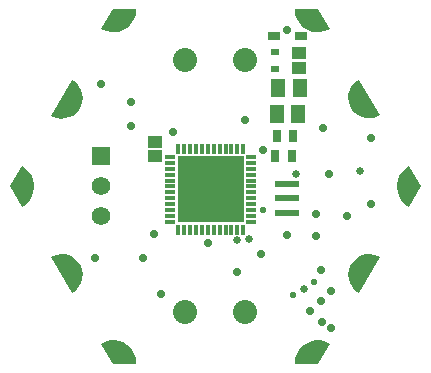
<source format=gbr>
%TF.GenerationSoftware,Altium Limited,Altium Designer,25.8.1 (18)*%
G04 Layer_Color=16711935*
%FSLAX45Y45*%
%MOMM*%
%TF.SameCoordinates,D209C50B-13B8-4165-AD63-5D07F8741E93*%
%TF.FilePolarity,Negative*%
%TF.FileFunction,Soldermask,Bot*%
%TF.Part,Single*%
G01*
G75*
%TA.AperFunction,ComponentPad*%
%ADD30C,2.03200*%
%ADD31C,1.57000*%
%ADD32R,1.57000X1.57000*%
%TA.AperFunction,SMDPad,CuDef*%
%ADD38R,5.70000X5.70000*%
%ADD41R,0.30000X0.85000*%
%ADD43R,0.85000X0.30000*%
%ADD44R,0.80000X0.60000*%
%ADD53R,0.74000X0.99000*%
%ADD54R,1.15320X1.00320*%
G04:AMPARAMS|DCode=55|XSize=1.2032mm|YSize=1.2032mm|CornerRadius=0.6016mm|HoleSize=0mm|Usage=FLASHONLY|Rotation=120.000|XOffset=0mm|YOffset=0mm|HoleType=Round|Shape=RoundedRectangle|*
%AMROUNDEDRECTD55*
21,1,1.20320,0.00000,0,0,120.0*
21,1,0.00000,1.20320,0,0,120.0*
1,1,1.20320,0.00000,0.00000*
1,1,1.20320,0.00000,0.00000*
1,1,1.20320,0.00000,0.00000*
1,1,1.20320,0.00000,0.00000*
%
%ADD55ROUNDEDRECTD55*%
G04:AMPARAMS|DCode=56|XSize=1.2032mm|YSize=1.2032mm|CornerRadius=0.6016mm|HoleSize=0mm|Usage=FLASHONLY|Rotation=0.000|XOffset=0mm|YOffset=0mm|HoleType=Round|Shape=RoundedRectangle|*
%AMROUNDEDRECTD56*
21,1,1.20320,0.00000,0,0,0.0*
21,1,0.00000,1.20320,0,0,0.0*
1,1,1.20320,0.00000,0.00000*
1,1,1.20320,0.00000,0.00000*
1,1,1.20320,0.00000,0.00000*
1,1,1.20320,0.00000,0.00000*
%
%ADD56ROUNDEDRECTD56*%
G04:AMPARAMS|DCode=57|XSize=1.2032mm|YSize=1.2032mm|CornerRadius=0.6016mm|HoleSize=0mm|Usage=FLASHONLY|Rotation=60.000|XOffset=0mm|YOffset=0mm|HoleType=Round|Shape=RoundedRectangle|*
%AMROUNDEDRECTD57*
21,1,1.20320,0.00000,0,0,60.0*
21,1,0.00000,1.20320,0,0,60.0*
1,1,1.20320,0.00000,0.00000*
1,1,1.20320,0.00000,0.00000*
1,1,1.20320,0.00000,0.00000*
1,1,1.20320,0.00000,0.00000*
%
%ADD57ROUNDEDRECTD57*%
%TA.AperFunction,ViaPad*%
%ADD58C,0.96520*%
%ADD59C,0.71120*%
%ADD60C,0.66040*%
%ADD61C,0.63500*%
%ADD62C,0.58420*%
%TA.AperFunction,SMDPad,CuDef*%
%ADD63R,1.10320X0.70320*%
%ADD64R,2.10320X0.60325*%
%ADD65R,1.29540X1.60020*%
G36*
X-967811Y-1333215D02*
X-952880Y-1324100D01*
X-920253Y-1311473D01*
X-885900Y-1304850D01*
X-850917Y-1304442D01*
X-816419Y-1310262D01*
X-783506Y-1322126D01*
X-753228Y-1339653D01*
X-726550Y-1362287D01*
X-704323Y-1389304D01*
X-687255Y-1419844D01*
X-675891Y-1452932D01*
X-670593Y-1487514D01*
X-671062Y-1505001D01*
Y-1505001D01*
X-868880D01*
X-967811Y-1333215D01*
D02*
G37*
G36*
X-1390796Y-601231D02*
X-1375875Y-592024D01*
X-1342970Y-579902D01*
X-1308313Y-574557D01*
X-1273285Y-576201D01*
X-1239281Y-584768D01*
X-1207656Y-599919D01*
X-1179669Y-621048D01*
X-1156437Y-647314D01*
X-1138883Y-677671D01*
X-1127708Y-710910D01*
X-1123357Y-745706D01*
X-1126003Y-780672D01*
X-1135541Y-814417D01*
X-1151590Y-845596D01*
X-1173512Y-872966D01*
X-1200432Y-895437D01*
X-1215856Y-903776D01*
X-1215856Y-903775D01*
X-1390796Y-601231D01*
D02*
G37*
G36*
X-1638198Y171702D02*
X-1622840Y163329D01*
X-1595590Y141387D01*
X-1572678Y114948D01*
X-1554833Y84856D01*
X-1542625Y52069D01*
X-1536442Y17634D01*
X-1536483Y-17351D01*
X-1542745Y-51772D01*
X-1555029Y-84530D01*
X-1572944Y-114581D01*
X-1595917Y-140966D01*
X-1623217Y-162845D01*
X-1638595Y-171183D01*
Y-171183D01*
X-1737504Y133D01*
X-1638198Y171702D01*
D02*
G37*
G36*
X-1216370Y902346D02*
X-1200936Y894027D01*
X-1173986Y871592D01*
X-1152028Y844251D01*
X-1135938Y813093D01*
X-1126356Y779361D01*
X-1123663Y744398D01*
X-1127969Y709596D01*
X-1139100Y676343D01*
X-1156613Y645963D01*
X-1179811Y619666D01*
X-1207770Y598500D01*
X-1239375Y583308D01*
X-1273367Y574695D01*
X-1308393Y573005D01*
X-1343057Y578305D01*
X-1375978Y590383D01*
X-1390912Y599571D01*
X-1390911D01*
X-1216370Y902346D01*
D02*
G37*
G36*
X-670413Y1504917D02*
X-669985Y1487430D01*
X-675363Y1452860D01*
X-686804Y1419798D01*
X-703942Y1389298D01*
X-726232Y1362332D01*
X-752962Y1339760D01*
X-783280Y1322302D01*
X-816221Y1310515D01*
X-850732Y1304775D01*
X-885714Y1305264D01*
X-920051Y1311966D01*
X-952649Y1324669D01*
X-967559Y1333818D01*
X-967559Y1333818D01*
X-868649Y1505134D01*
X-670413Y1504917D01*
D02*
G37*
G36*
X670413Y-1504917D02*
X669985Y-1487430D01*
X675363Y-1452860D01*
X686803Y-1419798D01*
X703942Y-1389298D01*
X726231Y-1362332D01*
X752962Y-1339760D01*
X783280Y-1322303D01*
X816220Y-1310516D01*
X850732Y-1304775D01*
X885714Y-1305264D01*
X920051Y-1311966D01*
X952649Y-1324669D01*
X967559Y-1333818D01*
D01*
X868649Y-1505134D01*
X670413Y-1504917D01*
D02*
G37*
G36*
X1216367Y-904350D02*
X1200932Y-896032D01*
X1173982Y-873596D01*
X1152024Y-846255D01*
X1135934Y-815098D01*
X1126352Y-781366D01*
X1123660Y-746403D01*
X1127965Y-711601D01*
X1139096Y-678348D01*
X1156609Y-647968D01*
X1179807Y-621671D01*
X1207766Y-600505D01*
X1239371Y-585313D01*
X1273363Y-576700D01*
X1308390Y-575010D01*
X1343053Y-580310D01*
X1375974Y-592388D01*
X1390908Y-601576D01*
Y-601576D01*
X1216367Y-904350D01*
D02*
G37*
G36*
X1638198Y-171702D02*
X1622840Y-163329D01*
X1595590Y-141387D01*
X1572678Y-114948D01*
X1554833Y-84856D01*
X1542625Y-52070D01*
X1536442Y-17635D01*
X1536483Y17351D01*
X1542745Y51771D01*
X1555029Y84529D01*
X1572943Y114580D01*
X1595917Y140966D01*
X1623217Y162845D01*
X1638595Y171183D01*
X1638595Y171183D01*
X1737504Y-133D01*
X1638198Y-171702D01*
D02*
G37*
G36*
X1390796Y601231D02*
X1375875Y592023D01*
X1342970Y579902D01*
X1308313Y574556D01*
X1273284Y576200D01*
X1239280Y584768D01*
X1207655Y599919D01*
X1179669Y621048D01*
X1156436Y647314D01*
X1138883Y677671D01*
X1127708Y710910D01*
X1123357Y745705D01*
X1126003Y780672D01*
X1135541Y814417D01*
X1151590Y845595D01*
X1173511Y872965D01*
X1200432Y895437D01*
X1215856Y903775D01*
D01*
X1390796Y601231D01*
D02*
G37*
G36*
X967810Y1333215D02*
X952880Y1324100D01*
X920253Y1311473D01*
X885900Y1304850D01*
X850917Y1304442D01*
X816419Y1310262D01*
X783506Y1322125D01*
X753228Y1339653D01*
X726550Y1362287D01*
X704322Y1389304D01*
X687255Y1419844D01*
X675891Y1452932D01*
X670593Y1487514D01*
X671061Y1505001D01*
X671062D01*
X868880D01*
X967810Y1333215D01*
D02*
G37*
D30*
X-254000Y1066800D02*
D03*
X254000D02*
D03*
Y-1066800D02*
D03*
X-254000D02*
D03*
D31*
X-965200Y-254000D02*
D03*
Y0D02*
D03*
D32*
Y254000D02*
D03*
D38*
X-40200Y-25800D02*
D03*
D41*
X-65200Y319200D02*
D03*
X184800Y-370800D02*
D03*
X234800D02*
D03*
X134800D02*
D03*
X84800D02*
D03*
X34800D02*
D03*
X-15200D02*
D03*
X-65200D02*
D03*
X-115200D02*
D03*
X-165200D02*
D03*
X-215200D02*
D03*
X-315200D02*
D03*
Y319200D02*
D03*
X-265200D02*
D03*
X-215200D02*
D03*
X-165200D02*
D03*
X-115200D02*
D03*
X-15200D02*
D03*
X34800D02*
D03*
X84800D02*
D03*
X134800D02*
D03*
X184800D02*
D03*
X234800D02*
D03*
X-265200Y-370800D02*
D03*
D43*
X304800Y-50800D02*
D03*
X-385200Y49200D02*
D03*
X304800Y99200D02*
D03*
Y-800D02*
D03*
Y49200D02*
D03*
Y-150800D02*
D03*
Y-100800D02*
D03*
Y249200D02*
D03*
Y199200D02*
D03*
Y149200D02*
D03*
Y-200800D02*
D03*
Y-250800D02*
D03*
Y-300800D02*
D03*
X-385200D02*
D03*
Y-250800D02*
D03*
Y-200800D02*
D03*
Y-150800D02*
D03*
Y-100800D02*
D03*
Y-50800D02*
D03*
Y-800D02*
D03*
Y99200D02*
D03*
Y149200D02*
D03*
Y199200D02*
D03*
Y249200D02*
D03*
D44*
X508000Y996800D02*
D03*
Y1136800D02*
D03*
D53*
X658044Y426803D02*
D03*
X648000Y254000D02*
D03*
X518044Y426803D02*
D03*
X508000Y254000D02*
D03*
D54*
X-508000Y379000D02*
D03*
X711200Y1129300D02*
D03*
Y1004300D02*
D03*
X-508000Y254000D02*
D03*
D55*
X-1651991Y0D02*
D03*
X1651991D02*
D03*
X1239010Y-716012D02*
D03*
X-1239014Y714008D02*
D03*
D56*
X-826008Y-1431011D02*
D03*
X826008Y1431011D02*
D03*
X-1239012Y-715010D02*
D03*
X1239012Y715010D02*
D03*
D57*
X-826008Y1431011D02*
D03*
X826008Y-1431011D02*
D03*
D58*
X12428Y-202068D02*
D03*
D59*
X-711200Y711200D02*
D03*
X847494Y-417468D02*
D03*
X852441Y-233847D02*
D03*
X965200Y101600D02*
D03*
X-711200Y508000D02*
D03*
X406400Y304800D02*
D03*
X-212131Y116193D02*
D03*
X910636Y491501D02*
D03*
X895449Y-705385D02*
D03*
X892751Y-972353D02*
D03*
X1320800Y-152400D02*
D03*
X-965200Y863600D02*
D03*
X-609600Y-609600D02*
D03*
X609600Y1320800D02*
D03*
X-65023Y-475845D02*
D03*
X-457200Y-914400D02*
D03*
X179275Y-724028D02*
D03*
X979924Y-886196D02*
D03*
X-517720Y-402412D02*
D03*
X254000Y558800D02*
D03*
X803035Y-1055801D02*
D03*
X897722Y-1146328D02*
D03*
X980106Y-1199174D02*
D03*
X1117600Y-254000D02*
D03*
X388730Y-571990D02*
D03*
X606007Y-411845D02*
D03*
X-355600Y457200D02*
D03*
X1320800Y406400D02*
D03*
X-1016000Y-609600D02*
D03*
D60*
X1225002Y127053D02*
D03*
X678175Y107807D02*
D03*
D61*
X184284Y-457767D02*
D03*
X285879Y-442115D02*
D03*
X750252Y-865825D02*
D03*
D62*
X834252Y-809198D02*
D03*
X660400Y-916625D02*
D03*
X406400Y-203200D02*
D03*
D63*
X724600Y1270000D02*
D03*
X494600D02*
D03*
D64*
X609600Y-101600D02*
D03*
Y-221590D02*
D03*
Y18390D02*
D03*
D65*
X702310Y609600D02*
D03*
X516890D02*
D03*
X715834Y835869D02*
D03*
X530414D02*
D03*
%TF.MD5,70ef41eeaa85c89c8289d402987978c5*%
M02*

</source>
